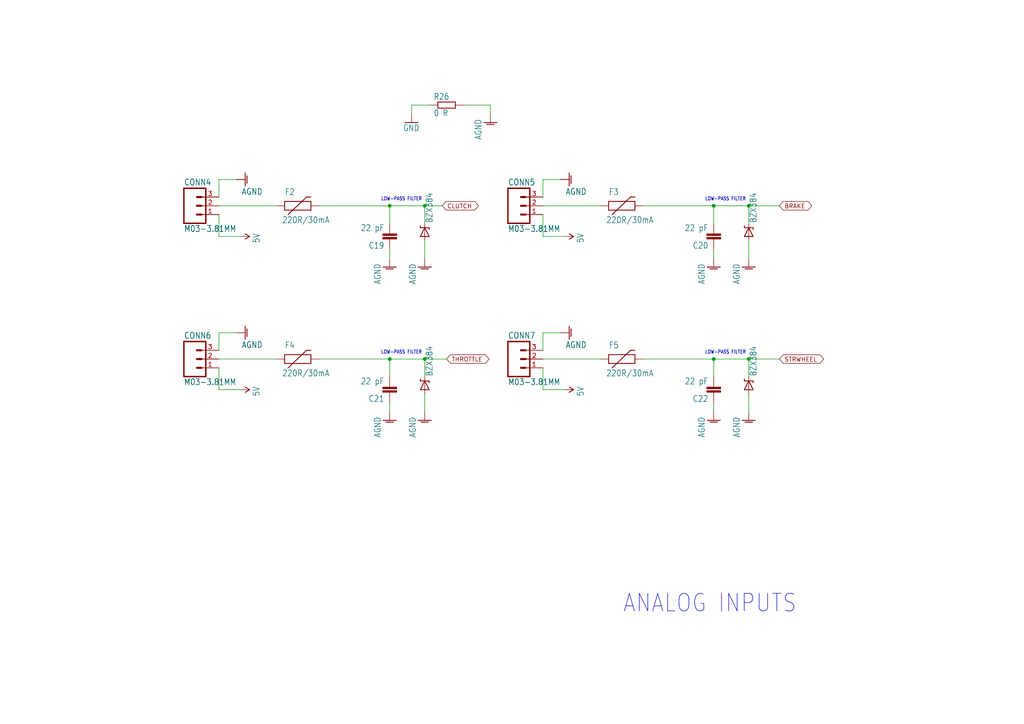
<source format=kicad_sch>
(kicad_sch
	(version 20231120)
	(generator "eeschema")
	(generator_version "8.0")
	(uuid "7dbd592f-3535-4f16-841c-48e09718c98f")
	(paper "A4")
	(lib_symbols
		(symbol "sim-daq-eagle-import:5V"
			(power)
			(exclude_from_sim no)
			(in_bom yes)
			(on_board yes)
			(property "Reference" "#SUPPLY"
				(at 0 0 0)
				(effects
					(font
						(size 1.27 1.27)
					)
					(hide yes)
				)
			)
			(property "Value" ""
				(at -1.016 3.556 0)
				(effects
					(font
						(size 1.778 1.5113)
					)
					(justify left bottom)
				)
			)
			(property "Footprint" ""
				(at 0 0 0)
				(effects
					(font
						(size 1.27 1.27)
					)
					(hide yes)
				)
			)
			(property "Datasheet" ""
				(at 0 0 0)
				(effects
					(font
						(size 1.27 1.27)
					)
					(hide yes)
				)
			)
			(property "Description" ""
				(at 0 0 0)
				(effects
					(font
						(size 1.27 1.27)
					)
					(hide yes)
				)
			)
			(property "ki_locked" ""
				(at 0 0 0)
				(effects
					(font
						(size 1.27 1.27)
					)
				)
			)
			(symbol "5V_1_0"
				(polyline
					(pts
						(xy 0 2.54) (xy -0.762 1.27)
					)
					(stroke
						(width 0.254)
						(type solid)
					)
					(fill
						(type none)
					)
				)
				(polyline
					(pts
						(xy 0.762 1.27) (xy 0 2.54)
					)
					(stroke
						(width 0.254)
						(type solid)
					)
					(fill
						(type none)
					)
				)
				(pin power_in line
					(at 0 0 90)
					(length 2.54)
					(name "5V"
						(effects
							(font
								(size 0 0)
							)
						)
					)
					(number "1"
						(effects
							(font
								(size 0 0)
							)
						)
					)
				)
			)
		)
		(symbol "sim-daq-eagle-import:AGND"
			(power)
			(exclude_from_sim no)
			(in_bom yes)
			(on_board yes)
			(property "Reference" "#AGND"
				(at 0 0 0)
				(effects
					(font
						(size 1.27 1.27)
					)
					(hide yes)
				)
			)
			(property "Value" ""
				(at -2.54 -5.08 90)
				(effects
					(font
						(size 1.778 1.5113)
					)
					(justify left bottom)
				)
			)
			(property "Footprint" ""
				(at 0 0 0)
				(effects
					(font
						(size 1.27 1.27)
					)
					(hide yes)
				)
			)
			(property "Datasheet" ""
				(at 0 0 0)
				(effects
					(font
						(size 1.27 1.27)
					)
					(hide yes)
				)
			)
			(property "Description" "SUPPLY SYMBOL"
				(at 0 0 0)
				(effects
					(font
						(size 1.27 1.27)
					)
					(hide yes)
				)
			)
			(property "ki_locked" ""
				(at 0 0 0)
				(effects
					(font
						(size 1.27 1.27)
					)
				)
			)
			(symbol "AGND_1_0"
				(polyline
					(pts
						(xy -1.905 0) (xy 1.905 0)
					)
					(stroke
						(width 0.254)
						(type solid)
					)
					(fill
						(type none)
					)
				)
				(polyline
					(pts
						(xy -1.0922 -0.508) (xy 1.0922 -0.508)
					)
					(stroke
						(width 0.254)
						(type solid)
					)
					(fill
						(type none)
					)
				)
				(pin power_in line
					(at 0 2.54 270)
					(length 2.54)
					(name "AGND"
						(effects
							(font
								(size 0 0)
							)
						)
					)
					(number "1"
						(effects
							(font
								(size 0 0)
							)
						)
					)
				)
			)
		)
		(symbol "sim-daq-eagle-import:C-EUC0805"
			(exclude_from_sim no)
			(in_bom yes)
			(on_board yes)
			(property "Reference" "C"
				(at 1.524 0.381 0)
				(effects
					(font
						(size 1.778 1.5113)
					)
					(justify left bottom)
				)
			)
			(property "Value" ""
				(at 1.524 -4.699 0)
				(effects
					(font
						(size 1.778 1.5113)
					)
					(justify left bottom)
				)
			)
			(property "Footprint" "sim-daq:C0805"
				(at 0 0 0)
				(effects
					(font
						(size 1.27 1.27)
					)
					(hide yes)
				)
			)
			(property "Datasheet" ""
				(at 0 0 0)
				(effects
					(font
						(size 1.27 1.27)
					)
					(hide yes)
				)
			)
			(property "Description" "CAPACITOR, European symbol"
				(at 0 0 0)
				(effects
					(font
						(size 1.27 1.27)
					)
					(hide yes)
				)
			)
			(property "ki_locked" ""
				(at 0 0 0)
				(effects
					(font
						(size 1.27 1.27)
					)
				)
			)
			(symbol "C-EUC0805_1_0"
				(rectangle
					(start -2.032 -2.032)
					(end 2.032 -1.524)
					(stroke
						(width 0)
						(type default)
					)
					(fill
						(type outline)
					)
				)
				(rectangle
					(start -2.032 -1.016)
					(end 2.032 -0.508)
					(stroke
						(width 0)
						(type default)
					)
					(fill
						(type outline)
					)
				)
				(polyline
					(pts
						(xy 0 -2.54) (xy 0 -2.032)
					)
					(stroke
						(width 0.1524)
						(type solid)
					)
					(fill
						(type none)
					)
				)
				(polyline
					(pts
						(xy 0 0) (xy 0 -0.508)
					)
					(stroke
						(width 0.1524)
						(type solid)
					)
					(fill
						(type none)
					)
				)
				(pin passive line
					(at 0 2.54 270)
					(length 2.54)
					(name "1"
						(effects
							(font
								(size 0 0)
							)
						)
					)
					(number "1"
						(effects
							(font
								(size 0 0)
							)
						)
					)
				)
				(pin passive line
					(at 0 -5.08 90)
					(length 2.54)
					(name "2"
						(effects
							(font
								(size 0 0)
							)
						)
					)
					(number "2"
						(effects
							(font
								(size 0 0)
							)
						)
					)
				)
			)
		)
		(symbol "sim-daq-eagle-import:DIODE-ZENER-BZT52"
			(exclude_from_sim no)
			(in_bom yes)
			(on_board yes)
			(property "Reference" ""
				(at 2.54 0.4826 0)
				(effects
					(font
						(size 1.778 1.5113)
					)
					(justify left bottom)
					(hide yes)
				)
			)
			(property "Value" ""
				(at 2.54 -2.3114 0)
				(effects
					(font
						(size 1.778 1.5113)
					)
					(justify left bottom)
				)
			)
			(property "Footprint" "sim-daq:SOD-323"
				(at 0 0 0)
				(effects
					(font
						(size 1.27 1.27)
					)
					(hide yes)
				)
			)
			(property "Datasheet" ""
				(at 0 0 0)
				(effects
					(font
						(size 1.27 1.27)
					)
					(hide yes)
				)
			)
			(property "Description" "Zener Diode Production Part - 8199 3.4V Zener Voltage"
				(at 0 0 0)
				(effects
					(font
						(size 1.27 1.27)
					)
					(hide yes)
				)
			)
			(property "ki_locked" ""
				(at 0 0 0)
				(effects
					(font
						(size 1.27 1.27)
					)
				)
			)
			(symbol "DIODE-ZENER-BZT52_1_0"
				(polyline
					(pts
						(xy -1.27 -1.27) (xy 1.27 0)
					)
					(stroke
						(width 0.254)
						(type solid)
					)
					(fill
						(type none)
					)
				)
				(polyline
					(pts
						(xy -1.27 1.27) (xy -1.27 -1.27)
					)
					(stroke
						(width 0.254)
						(type solid)
					)
					(fill
						(type none)
					)
				)
				(polyline
					(pts
						(xy 1.27 -1.27) (xy 0.762 -1.27)
					)
					(stroke
						(width 0.254)
						(type solid)
					)
					(fill
						(type none)
					)
				)
				(polyline
					(pts
						(xy 1.27 0) (xy -1.27 1.27)
					)
					(stroke
						(width 0.254)
						(type solid)
					)
					(fill
						(type none)
					)
				)
				(polyline
					(pts
						(xy 1.27 0) (xy 1.27 -1.27)
					)
					(stroke
						(width 0.254)
						(type solid)
					)
					(fill
						(type none)
					)
				)
				(polyline
					(pts
						(xy 1.27 1.27) (xy 1.27 0)
					)
					(stroke
						(width 0.254)
						(type solid)
					)
					(fill
						(type none)
					)
				)
				(polyline
					(pts
						(xy 1.27 1.27) (xy 1.778 1.27)
					)
					(stroke
						(width 0.254)
						(type solid)
					)
					(fill
						(type none)
					)
				)
				(pin passive line
					(at -2.54 0 0)
					(length 2.54)
					(name "A"
						(effects
							(font
								(size 0 0)
							)
						)
					)
					(number "A"
						(effects
							(font
								(size 0 0)
							)
						)
					)
				)
				(pin passive line
					(at 2.54 0 180)
					(length 2.54)
					(name "C"
						(effects
							(font
								(size 0 0)
							)
						)
					)
					(number "C"
						(effects
							(font
								(size 0 0)
							)
						)
					)
				)
			)
		)
		(symbol "sim-daq-eagle-import:GND"
			(power)
			(exclude_from_sim no)
			(in_bom yes)
			(on_board yes)
			(property "Reference" "#GND"
				(at 0 0 0)
				(effects
					(font
						(size 1.27 1.27)
					)
					(hide yes)
				)
			)
			(property "Value" ""
				(at -2.54 -2.54 0)
				(effects
					(font
						(size 1.778 1.5113)
					)
					(justify left bottom)
				)
			)
			(property "Footprint" ""
				(at 0 0 0)
				(effects
					(font
						(size 1.27 1.27)
					)
					(hide yes)
				)
			)
			(property "Datasheet" ""
				(at 0 0 0)
				(effects
					(font
						(size 1.27 1.27)
					)
					(hide yes)
				)
			)
			(property "Description" "SUPPLY SYMBOL"
				(at 0 0 0)
				(effects
					(font
						(size 1.27 1.27)
					)
					(hide yes)
				)
			)
			(property "ki_locked" ""
				(at 0 0 0)
				(effects
					(font
						(size 1.27 1.27)
					)
				)
			)
			(symbol "GND_1_0"
				(polyline
					(pts
						(xy -1.905 0) (xy 1.905 0)
					)
					(stroke
						(width 0.254)
						(type solid)
					)
					(fill
						(type none)
					)
				)
				(pin power_in line
					(at 0 2.54 270)
					(length 2.54)
					(name "GND"
						(effects
							(font
								(size 0 0)
							)
						)
					)
					(number "1"
						(effects
							(font
								(size 0 0)
							)
						)
					)
				)
			)
		)
		(symbol "sim-daq-eagle-import:M03-3.81MM"
			(exclude_from_sim no)
			(in_bom yes)
			(on_board yes)
			(property "Reference" "CONN"
				(at -2.54 5.842 0)
				(effects
					(font
						(size 1.778 1.5113)
					)
					(justify left bottom)
				)
			)
			(property "Value" ""
				(at -2.54 -7.62 0)
				(effects
					(font
						(size 1.778 1.5113)
					)
					(justify left bottom)
				)
			)
			(property "Footprint" "sim-daq:M03-3.81"
				(at 0 0 0)
				(effects
					(font
						(size 1.27 1.27)
					)
					(hide yes)
				)
			)
			(property "Datasheet" ""
				(at 0 0 0)
				(effects
					(font
						(size 1.27 1.27)
					)
					(hide yes)
				)
			)
			(property "Description" ""
				(at 0 0 0)
				(effects
					(font
						(size 1.27 1.27)
					)
					(hide yes)
				)
			)
			(property "ki_locked" ""
				(at 0 0 0)
				(effects
					(font
						(size 1.27 1.27)
					)
				)
			)
			(symbol "M03-3.81MM_1_0"
				(polyline
					(pts
						(xy -2.54 5.08) (xy -2.54 -5.08)
					)
					(stroke
						(width 0.4064)
						(type solid)
					)
					(fill
						(type none)
					)
				)
				(polyline
					(pts
						(xy -2.54 5.08) (xy 3.81 5.08)
					)
					(stroke
						(width 0.4064)
						(type solid)
					)
					(fill
						(type none)
					)
				)
				(polyline
					(pts
						(xy 1.27 -2.54) (xy 2.54 -2.54)
					)
					(stroke
						(width 0.6096)
						(type solid)
					)
					(fill
						(type none)
					)
				)
				(polyline
					(pts
						(xy 1.27 0) (xy 2.54 0)
					)
					(stroke
						(width 0.6096)
						(type solid)
					)
					(fill
						(type none)
					)
				)
				(polyline
					(pts
						(xy 1.27 2.54) (xy 2.54 2.54)
					)
					(stroke
						(width 0.6096)
						(type solid)
					)
					(fill
						(type none)
					)
				)
				(polyline
					(pts
						(xy 3.81 -5.08) (xy -2.54 -5.08)
					)
					(stroke
						(width 0.4064)
						(type solid)
					)
					(fill
						(type none)
					)
				)
				(polyline
					(pts
						(xy 3.81 -5.08) (xy 3.81 5.08)
					)
					(stroke
						(width 0.4064)
						(type solid)
					)
					(fill
						(type none)
					)
				)
				(pin passive line
					(at 7.62 -2.54 180)
					(length 5.08)
					(name "1"
						(effects
							(font
								(size 0 0)
							)
						)
					)
					(number "1"
						(effects
							(font
								(size 1.27 1.27)
							)
						)
					)
				)
				(pin passive line
					(at 7.62 0 180)
					(length 5.08)
					(name "2"
						(effects
							(font
								(size 0 0)
							)
						)
					)
					(number "2"
						(effects
							(font
								(size 1.27 1.27)
							)
						)
					)
				)
				(pin passive line
					(at 7.62 2.54 180)
					(length 5.08)
					(name "3"
						(effects
							(font
								(size 0 0)
							)
						)
					)
					(number "3"
						(effects
							(font
								(size 1.27 1.27)
							)
						)
					)
				)
			)
		)
		(symbol "sim-daq-eagle-import:PTC0603"
			(exclude_from_sim no)
			(in_bom yes)
			(on_board yes)
			(property "Reference" "F"
				(at -2.54 3.048 0)
				(effects
					(font
						(size 1.778 1.5113)
					)
					(justify left bottom)
				)
			)
			(property "Value" ""
				(at -3.302 -5.08 0)
				(effects
					(font
						(size 1.778 1.5113)
					)
					(justify left bottom)
				)
			)
			(property "Footprint" "sim-daq:0603"
				(at 0 0 0)
				(effects
					(font
						(size 1.27 1.27)
					)
					(hide yes)
				)
			)
			(property "Datasheet" ""
				(at 0 0 0)
				(effects
					(font
						(size 1.27 1.27)
					)
					(hide yes)
				)
			)
			(property "Description" "Resettable Fuse PTC Resettable Fuse. Spark Fun Electronics SKU : COM-08357"
				(at 0 0 0)
				(effects
					(font
						(size 1.27 1.27)
					)
					(hide yes)
				)
			)
			(property "ki_locked" ""
				(at 0 0 0)
				(effects
					(font
						(size 1.27 1.27)
					)
				)
			)
			(symbol "PTC0603_1_0"
				(polyline
					(pts
						(xy -2.54 -1.27) (xy -2.54 1.27)
					)
					(stroke
						(width 0.254)
						(type solid)
					)
					(fill
						(type none)
					)
				)
				(polyline
					(pts
						(xy -2.54 1.27) (xy 5.08 1.27)
					)
					(stroke
						(width 0.254)
						(type solid)
					)
					(fill
						(type none)
					)
				)
				(polyline
					(pts
						(xy -1.524 -2.54) (xy 3.81 2.54)
					)
					(stroke
						(width 0.254)
						(type solid)
					)
					(fill
						(type none)
					)
				)
				(polyline
					(pts
						(xy 3.81 2.54) (xy 5.08 2.54)
					)
					(stroke
						(width 0.254)
						(type solid)
					)
					(fill
						(type none)
					)
				)
				(polyline
					(pts
						(xy 5.08 -1.27) (xy -2.54 -1.27)
					)
					(stroke
						(width 0.254)
						(type solid)
					)
					(fill
						(type none)
					)
				)
				(polyline
					(pts
						(xy 5.08 1.27) (xy 5.08 -1.27)
					)
					(stroke
						(width 0.254)
						(type solid)
					)
					(fill
						(type none)
					)
				)
				(pin bidirectional line
					(at -5.08 0 0)
					(length 2.54)
					(name "1"
						(effects
							(font
								(size 0 0)
							)
						)
					)
					(number "1"
						(effects
							(font
								(size 0 0)
							)
						)
					)
				)
				(pin bidirectional line
					(at 7.62 0 180)
					(length 2.54)
					(name "2"
						(effects
							(font
								(size 0 0)
							)
						)
					)
					(number "2"
						(effects
							(font
								(size 0 0)
							)
						)
					)
				)
			)
		)
		(symbol "sim-daq-eagle-import:R-EU_R0805"
			(exclude_from_sim no)
			(in_bom yes)
			(on_board yes)
			(property "Reference" "R"
				(at -3.81 1.4986 0)
				(effects
					(font
						(size 1.778 1.5113)
					)
					(justify left bottom)
				)
			)
			(property "Value" ""
				(at -3.81 -3.302 0)
				(effects
					(font
						(size 1.778 1.5113)
					)
					(justify left bottom)
				)
			)
			(property "Footprint" "sim-daq:R0805"
				(at 0 0 0)
				(effects
					(font
						(size 1.27 1.27)
					)
					(hide yes)
				)
			)
			(property "Datasheet" ""
				(at 0 0 0)
				(effects
					(font
						(size 1.27 1.27)
					)
					(hide yes)
				)
			)
			(property "Description" "RESISTOR, European symbol"
				(at 0 0 0)
				(effects
					(font
						(size 1.27 1.27)
					)
					(hide yes)
				)
			)
			(property "ki_locked" ""
				(at 0 0 0)
				(effects
					(font
						(size 1.27 1.27)
					)
				)
			)
			(symbol "R-EU_R0805_1_0"
				(polyline
					(pts
						(xy -2.54 -0.889) (xy -2.54 0.889)
					)
					(stroke
						(width 0.254)
						(type solid)
					)
					(fill
						(type none)
					)
				)
				(polyline
					(pts
						(xy -2.54 -0.889) (xy 2.54 -0.889)
					)
					(stroke
						(width 0.254)
						(type solid)
					)
					(fill
						(type none)
					)
				)
				(polyline
					(pts
						(xy 2.54 -0.889) (xy 2.54 0.889)
					)
					(stroke
						(width 0.254)
						(type solid)
					)
					(fill
						(type none)
					)
				)
				(polyline
					(pts
						(xy 2.54 0.889) (xy -2.54 0.889)
					)
					(stroke
						(width 0.254)
						(type solid)
					)
					(fill
						(type none)
					)
				)
				(pin passive line
					(at -5.08 0 0)
					(length 2.54)
					(name "1"
						(effects
							(font
								(size 0 0)
							)
						)
					)
					(number "1"
						(effects
							(font
								(size 0 0)
							)
						)
					)
				)
				(pin passive line
					(at 5.08 0 180)
					(length 2.54)
					(name "2"
						(effects
							(font
								(size 0 0)
							)
						)
					)
					(number "2"
						(effects
							(font
								(size 0 0)
							)
						)
					)
				)
			)
		)
	)
	(junction
		(at 207.01 59.69)
		(diameter 0)
		(color 0 0 0 0)
		(uuid "02a40053-8a10-42d9-8a2d-e1152aaca99b")
	)
	(junction
		(at 217.17 104.14)
		(diameter 0)
		(color 0 0 0 0)
		(uuid "28a0ee79-a6ab-40b2-b09e-420da95ba87e")
	)
	(junction
		(at 113.03 59.69)
		(diameter 0)
		(color 0 0 0 0)
		(uuid "447b8608-bd34-4797-a4c8-a266f4428fcb")
	)
	(junction
		(at 113.03 104.14)
		(diameter 0)
		(color 0 0 0 0)
		(uuid "a4feedac-8612-4a40-b1a9-74681b039fe1")
	)
	(junction
		(at 123.19 104.14)
		(diameter 0)
		(color 0 0 0 0)
		(uuid "abab6e12-8651-48af-8e65-3c2889b7abb8")
	)
	(junction
		(at 217.17 59.69)
		(diameter 0)
		(color 0 0 0 0)
		(uuid "d61c02c5-c838-4743-82d4-eba76f987d25")
	)
	(junction
		(at 207.01 104.14)
		(diameter 0)
		(color 0 0 0 0)
		(uuid "e2f7e096-5550-423c-b715-cb9dfff3a96f")
	)
	(junction
		(at 123.19 59.69)
		(diameter 0)
		(color 0 0 0 0)
		(uuid "f8ffb8cf-cff3-44d9-9845-0f4661e83c5f")
	)
	(wire
		(pts
			(xy 113.03 109.22) (xy 113.03 104.14)
		)
		(stroke
			(width 0.1524)
			(type solid)
		)
		(uuid "02b09754-5c9e-47c8-8d2c-8438c2106e66")
	)
	(wire
		(pts
			(xy 123.19 64.77) (xy 123.19 59.69)
		)
		(stroke
			(width 0.1524)
			(type solid)
		)
		(uuid "3c3eeee2-2201-4d29-9dfb-6d4dc8d0aaa1")
	)
	(wire
		(pts
			(xy 113.03 59.69) (xy 123.19 59.69)
		)
		(stroke
			(width 0.1524)
			(type solid)
		)
		(uuid "3e921384-131b-49cc-9851-93b70f93e5e2")
	)
	(wire
		(pts
			(xy 157.48 104.14) (xy 173.99 104.14)
		)
		(stroke
			(width 0.1524)
			(type solid)
		)
		(uuid "4064f05a-4ee1-4dfb-a7cd-58383a2d1c97")
	)
	(wire
		(pts
			(xy 63.5 52.07) (xy 68.58 52.07)
		)
		(stroke
			(width 0.1524)
			(type solid)
		)
		(uuid "484cee43-a280-424b-be0f-0a84c23c2126")
	)
	(wire
		(pts
			(xy 92.71 59.69) (xy 113.03 59.69)
		)
		(stroke
			(width 0.1524)
			(type solid)
		)
		(uuid "48ef8e7f-2c0e-4183-a4b4-a15992e5c16b")
	)
	(wire
		(pts
			(xy 207.01 104.14) (xy 217.17 104.14)
		)
		(stroke
			(width 0.1524)
			(type solid)
		)
		(uuid "4d53feda-f0d4-44b9-a50e-bc0144b71438")
	)
	(wire
		(pts
			(xy 217.17 109.22) (xy 217.17 104.14)
		)
		(stroke
			(width 0.1524)
			(type solid)
		)
		(uuid "51e21d62-0cfc-42fd-92f5-21f88ed8b8f0")
	)
	(wire
		(pts
			(xy 63.5 101.6) (xy 63.5 96.52)
		)
		(stroke
			(width 0.1524)
			(type solid)
		)
		(uuid "544945f4-21e0-4f07-80ae-2b84d08bf5c6")
	)
	(wire
		(pts
			(xy 186.69 104.14) (xy 207.01 104.14)
		)
		(stroke
			(width 0.1524)
			(type solid)
		)
		(uuid "57105238-102c-4d27-990e-3a01090f2e2d")
	)
	(wire
		(pts
			(xy 113.03 74.93) (xy 113.03 72.39)
		)
		(stroke
			(width 0.1524)
			(type solid)
		)
		(uuid "5a357148-5e82-46bb-bc94-2701e16c426f")
	)
	(wire
		(pts
			(xy 113.03 64.77) (xy 113.03 59.69)
		)
		(stroke
			(width 0.1524)
			(type solid)
		)
		(uuid "5a7ee595-9dd3-47a1-85e7-681f0ffaa2f8")
	)
	(wire
		(pts
			(xy 157.48 62.23) (xy 157.48 68.58)
		)
		(stroke
			(width 0.1524)
			(type solid)
		)
		(uuid "603eab32-9776-4cc5-b435-9b80fff93724")
	)
	(wire
		(pts
			(xy 63.5 68.58) (xy 69.85 68.58)
		)
		(stroke
			(width 0.1524)
			(type solid)
		)
		(uuid "63b7f4da-87c2-45eb-905d-0cb66c3dd250")
	)
	(wire
		(pts
			(xy 123.19 119.38) (xy 123.19 114.3)
		)
		(stroke
			(width 0.1524)
			(type solid)
		)
		(uuid "65da1fb5-5c5c-482d-8d2e-f922508566fb")
	)
	(wire
		(pts
			(xy 207.01 119.38) (xy 207.01 116.84)
		)
		(stroke
			(width 0.1524)
			(type solid)
		)
		(uuid "663b5168-2040-450c-b5b0-c13ac30f3b32")
	)
	(wire
		(pts
			(xy 92.71 104.14) (xy 113.03 104.14)
		)
		(stroke
			(width 0.1524)
			(type solid)
		)
		(uuid "66cf608e-961d-44a4-b614-d00c94a0725e")
	)
	(wire
		(pts
			(xy 80.01 59.69) (xy 63.5 59.69)
		)
		(stroke
			(width 0.1524)
			(type solid)
		)
		(uuid "673a2bda-23c3-4374-8b01-f9e1f2b39090")
	)
	(wire
		(pts
			(xy 63.5 113.03) (xy 69.85 113.03)
		)
		(stroke
			(width 0.1524)
			(type solid)
		)
		(uuid "6cd70cff-1e16-44ab-b2d2-6d1290766650")
	)
	(wire
		(pts
			(xy 63.5 57.15) (xy 63.5 52.07)
		)
		(stroke
			(width 0.1524)
			(type solid)
		)
		(uuid "6f611b21-b768-44e2-aef6-014bdc63de11")
	)
	(wire
		(pts
			(xy 124.46 30.48) (xy 119.38 30.48)
		)
		(stroke
			(width 0.1524)
			(type solid)
		)
		(uuid "71a5e159-ec67-4164-9a65-f1bee747e43f")
	)
	(wire
		(pts
			(xy 186.69 59.69) (xy 207.01 59.69)
		)
		(stroke
			(width 0.1524)
			(type solid)
		)
		(uuid "73bbfb71-7384-4fcb-9677-299a93117cef")
	)
	(wire
		(pts
			(xy 207.01 64.77) (xy 207.01 59.69)
		)
		(stroke
			(width 0.1524)
			(type solid)
		)
		(uuid "7cfea529-fe18-40ce-9ceb-21e33e638e4b")
	)
	(wire
		(pts
			(xy 119.38 30.48) (xy 119.38 33.02)
		)
		(stroke
			(width 0.1524)
			(type solid)
		)
		(uuid "8b90b13f-84d0-4f56-a3d9-0cee9bee0f77")
	)
	(wire
		(pts
			(xy 134.62 30.48) (xy 142.24 30.48)
		)
		(stroke
			(width 0.1524)
			(type solid)
		)
		(uuid "90e36cda-bb90-4309-b1df-4bb1c3699e1d")
	)
	(wire
		(pts
			(xy 63.5 62.23) (xy 63.5 68.58)
		)
		(stroke
			(width 0.1524)
			(type solid)
		)
		(uuid "9954b2b5-4a08-4967-a326-502141ec9bb2")
	)
	(wire
		(pts
			(xy 123.19 74.93) (xy 123.19 69.85)
		)
		(stroke
			(width 0.1524)
			(type solid)
		)
		(uuid "9eb99f06-682f-488f-91e4-3a733001c33d")
	)
	(wire
		(pts
			(xy 157.48 52.07) (xy 162.56 52.07)
		)
		(stroke
			(width 0.1524)
			(type solid)
		)
		(uuid "9f7f1f9f-4ac8-4eea-99a8-7b3d0361a1b0")
	)
	(wire
		(pts
			(xy 157.48 57.15) (xy 157.48 52.07)
		)
		(stroke
			(width 0.1524)
			(type solid)
		)
		(uuid "a29e6feb-b7f2-4fb1-aa45-2ec8760f5724")
	)
	(wire
		(pts
			(xy 113.03 119.38) (xy 113.03 116.84)
		)
		(stroke
			(width 0.1524)
			(type solid)
		)
		(uuid "a541a2d8-7bc3-478f-9319-340dcd0f4666")
	)
	(wire
		(pts
			(xy 142.24 30.48) (xy 142.24 33.02)
		)
		(stroke
			(width 0.1524)
			(type solid)
		)
		(uuid "a6cefbc2-728c-4513-aa39-a43a2d8ffa3f")
	)
	(wire
		(pts
			(xy 217.17 119.38) (xy 217.17 114.3)
		)
		(stroke
			(width 0.1524)
			(type solid)
		)
		(uuid "a7fffc99-0ed3-41e6-b574-861ded9f7c5a")
	)
	(wire
		(pts
			(xy 217.17 64.77) (xy 217.17 59.69)
		)
		(stroke
			(width 0.1524)
			(type solid)
		)
		(uuid "b4c27fc5-55e1-48ee-96cb-9674e4479f08")
	)
	(wire
		(pts
			(xy 157.48 59.69) (xy 173.99 59.69)
		)
		(stroke
			(width 0.1524)
			(type solid)
		)
		(uuid "bc2d0401-c3f2-40a7-849a-0fbf9e08b5bb")
	)
	(wire
		(pts
			(xy 123.19 109.22) (xy 123.19 104.14)
		)
		(stroke
			(width 0.1524)
			(type solid)
		)
		(uuid "bf43edd6-de98-4e8b-ad54-ae1f81b62aff")
	)
	(wire
		(pts
			(xy 123.19 104.14) (xy 129.54 104.14)
		)
		(stroke
			(width 0.1524)
			(type solid)
		)
		(uuid "c0836941-076b-4ca7-922d-45c892eb6708")
	)
	(wire
		(pts
			(xy 80.01 104.14) (xy 63.5 104.14)
		)
		(stroke
			(width 0.1524)
			(type solid)
		)
		(uuid "c2829216-7fa3-45e5-b265-58061aa360a2")
	)
	(wire
		(pts
			(xy 113.03 104.14) (xy 123.19 104.14)
		)
		(stroke
			(width 0.1524)
			(type solid)
		)
		(uuid "c28c59fb-e2de-4708-a6ad-66f708335dca")
	)
	(wire
		(pts
			(xy 63.5 96.52) (xy 68.58 96.52)
		)
		(stroke
			(width 0.1524)
			(type solid)
		)
		(uuid "c824c6bd-db97-4abe-b456-45dc0163a28d")
	)
	(wire
		(pts
			(xy 123.19 59.69) (xy 128.27 59.69)
		)
		(stroke
			(width 0.1524)
			(type solid)
		)
		(uuid "cdf59e36-f4ee-4376-afe0-68aa2417453d")
	)
	(wire
		(pts
			(xy 157.48 68.58) (xy 163.83 68.58)
		)
		(stroke
			(width 0.1524)
			(type solid)
		)
		(uuid "d5b6ea7c-9536-42b6-9de5-b51eaa03a781")
	)
	(wire
		(pts
			(xy 207.01 109.22) (xy 207.01 104.14)
		)
		(stroke
			(width 0.1524)
			(type solid)
		)
		(uuid "db0e8b72-2074-4217-aa82-752ac6dcdcf9")
	)
	(wire
		(pts
			(xy 157.48 101.6) (xy 157.48 96.52)
		)
		(stroke
			(width 0.1524)
			(type solid)
		)
		(uuid "ddf22697-2da7-4d8b-8e13-f1dd7cf3484b")
	)
	(wire
		(pts
			(xy 217.17 74.93) (xy 217.17 69.85)
		)
		(stroke
			(width 0.1524)
			(type solid)
		)
		(uuid "e2d889a7-d012-4ba4-b75f-b7f341dc7acf")
	)
	(wire
		(pts
			(xy 207.01 74.93) (xy 207.01 72.39)
		)
		(stroke
			(width 0.1524)
			(type solid)
		)
		(uuid "e4aeef23-5c01-4524-bc4e-7cf7fea9d3ca")
	)
	(wire
		(pts
			(xy 157.48 106.68) (xy 157.48 113.03)
		)
		(stroke
			(width 0.1524)
			(type solid)
		)
		(uuid "e50fe79c-6f90-46cc-8134-b316d6a9aa4e")
	)
	(wire
		(pts
			(xy 217.17 104.14) (xy 226.06 104.14)
		)
		(stroke
			(width 0.1524)
			(type solid)
		)
		(uuid "eb8c28af-6f50-4ac1-8ca9-56ea109800ca")
	)
	(wire
		(pts
			(xy 157.48 113.03) (xy 163.83 113.03)
		)
		(stroke
			(width 0.1524)
			(type solid)
		)
		(uuid "edf94d95-10db-4875-98f5-a56d866bfd59")
	)
	(wire
		(pts
			(xy 217.17 59.69) (xy 226.06 59.69)
		)
		(stroke
			(width 0.1524)
			(type solid)
		)
		(uuid "efd10fb6-fb4a-47a8-b440-0604108ae9cb")
	)
	(wire
		(pts
			(xy 207.01 59.69) (xy 217.17 59.69)
		)
		(stroke
			(width 0.1524)
			(type solid)
		)
		(uuid "f905fa85-5d7c-434b-aaba-572612a3d9b3")
	)
	(wire
		(pts
			(xy 63.5 106.68) (xy 63.5 113.03)
		)
		(stroke
			(width 0.1524)
			(type solid)
		)
		(uuid "f98d6a49-bc02-4a66-8fc3-65475cb7db36")
	)
	(wire
		(pts
			(xy 157.48 96.52) (xy 162.56 96.52)
		)
		(stroke
			(width 0.1524)
			(type solid)
		)
		(uuid "f9d866f2-151e-408a-82fa-e89ebb1778ea")
	)
	(text "LOW-PASS FILTER"
		(exclude_from_sim no)
		(at 110.49 58.42 0)
		(effects
			(font
				(size 1.016 0.8636)
			)
			(justify left bottom)
		)
		(uuid "1ec4bd41-df4c-4631-a235-1dc3e57d8ddd")
	)
	(text "LOW-PASS FILTER"
		(exclude_from_sim no)
		(at 204.47 58.42 0)
		(effects
			(font
				(size 1.016 0.8636)
			)
			(justify left bottom)
		)
		(uuid "622765b6-3a00-4044-b0ce-ef7b27a35c00")
	)
	(text "LOW-PASS FILTER"
		(exclude_from_sim no)
		(at 204.47 102.87 0)
		(effects
			(font
				(size 1.016 0.8636)
			)
			(justify left bottom)
		)
		(uuid "989fcc18-e741-49a3-a898-c1595392b559")
	)
	(text "LOW-PASS FILTER"
		(exclude_from_sim no)
		(at 110.49 102.87 0)
		(effects
			(font
				(size 1.016 0.8636)
			)
			(justify left bottom)
		)
		(uuid "c29373fa-92a2-43db-b55f-10e07dbaf10d")
	)
	(text "ANALOG INPUTS"
		(exclude_from_sim no)
		(at 180.594 178.054 0)
		(effects
			(font
				(size 5.08 4.318)
			)
			(justify left bottom)
		)
		(uuid "ef59140e-fe54-4637-9e7c-c1bb6fa4656d")
	)
	(global_label "STRWHEEL"
		(shape bidirectional)
		(at 226.06 104.14 0)
		(fields_autoplaced yes)
		(effects
			(font
				(size 1.2446 1.2446)
			)
			(justify left)
		)
		(uuid "37286146-fa48-4de3-90b4-4427837bd70b")
		(property "Intersheetrefs" "${INTERSHEET_REFS}"
			(at 233.1561 104.14 0)
			(effects
				(font
					(size 1.27 1.27)
				)
				(justify left)
				(hide yes)
			)
		)
	)
	(global_label "BRAKE"
		(shape bidirectional)
		(at 226.06 59.69 0)
		(fields_autoplaced yes)
		(effects
			(font
				(size 1.2446 1.2446)
			)
			(justify left)
		)
		(uuid "73549969-c4c0-4d97-9018-d72ef2acc46a")
		(property "Intersheetrefs" "${INTERSHEET_REFS}"
			(at 233.6895 59.69 0)
			(effects
				(font
					(size 1.27 1.27)
				)
				(justify left)
				(hide yes)
			)
		)
	)
	(global_label "CLUTCH"
		(shape bidirectional)
		(at 128.27 59.69 0)
		(fields_autoplaced yes)
		(effects
			(font
				(size 1.2446 1.2446)
			)
			(justify left)
		)
		(uuid "a00baf18-7ebc-4bf7-8d3b-57f649d39c2c")
		(property "Intersheetrefs" "${INTERSHEET_REFS}"
			(at 135.8995 59.69 0)
			(effects
				(font
					(size 1.27 1.27)
				)
				(justify left)
				(hide yes)
			)
		)
	)
	(global_label "THROTTLE"
		(shape bidirectional)
		(at 129.54 104.14 0)
		(fields_autoplaced yes)
		(effects
			(font
				(size 1.2446 1.2446)
			)
			(justify left)
		)
		(uuid "d1326d8d-9498-48ad-a48d-a75aa1591b24")
		(property "Intersheetrefs" "${INTERSHEET_REFS}"
			(at 137.0509 104.14 0)
			(effects
				(font
					(size 1.27 1.27)
				)
				(justify left)
				(hide yes)
			)
		)
	)
	(symbol
		(lib_id "sim-daq-eagle-import:DIODE-ZENER-BZT52")
		(at 217.17 67.31 90)
		(unit 1)
		(exclude_from_sim no)
		(in_bom yes)
		(on_board yes)
		(dnp no)
		(uuid "036204da-5972-4dd0-92d4-d86f16259091")
		(property "Reference" "D22"
			(at 216.6874 64.77 0)
			(effects
				(font
					(size 1.778 1.5113)
				)
				(justify left bottom)
				(hide yes)
			)
		)
		(property "Value" "BZX384"
			(at 219.4814 64.77 0)
			(effects
				(font
					(size 1.778 1.5113)
				)
				(justify left bottom)
			)
		)
		(property "Footprint" "sim-daq:SOD-323"
			(at 217.17 67.31 0)
			(effects
				(font
					(size 1.27 1.27)
				)
				(hide yes)
			)
		)
		(property "Datasheet" ""
			(at 217.17 67.31 0)
			(effects
				(font
					(size 1.27 1.27)
				)
				(hide yes)
			)
		)
		(property "Description" ""
			(at 217.17 67.31 0)
			(effects
				(font
					(size 1.27 1.27)
				)
				(hide yes)
			)
		)
		(property "PARTNO" "*"
			(at 217.17 67.31 90)
			(effects
				(font
					(size 1.27 1.27)
				)
				(justify right top)
				(hide yes)
			)
		)
		(pin "A"
			(uuid "4158a812-a4bb-442f-98d6-14c8a4fc530e")
		)
		(pin "C"
			(uuid "78f5032e-0835-4c1f-802a-9a3c1685fffa")
		)
		(instances
			(project "sim-daq"
				(path "/49d127e9-4d55-4359-a72f-e53f94e14ae0/88c1b3bb-cc79-4659-a16a-7e6c317ce9ba"
					(reference "D22")
					(unit 1)
				)
			)
		)
	)
	(symbol
		(lib_id "sim-daq-eagle-import:DIODE-ZENER-BZT52")
		(at 123.19 67.31 90)
		(unit 1)
		(exclude_from_sim no)
		(in_bom yes)
		(on_board yes)
		(dnp no)
		(uuid "2a7ced41-5f7b-410c-b5a2-ae8b0be5c9f4")
		(property "Reference" "D21"
			(at 122.7074 64.77 0)
			(effects
				(font
					(size 1.778 1.5113)
				)
				(justify left bottom)
				(hide yes)
			)
		)
		(property "Value" "BZX384"
			(at 125.5014 64.77 0)
			(effects
				(font
					(size 1.778 1.5113)
				)
				(justify left bottom)
			)
		)
		(property "Footprint" "sim-daq:SOD-323"
			(at 123.19 67.31 0)
			(effects
				(font
					(size 1.27 1.27)
				)
				(hide yes)
			)
		)
		(property "Datasheet" ""
			(at 123.19 67.31 0)
			(effects
				(font
					(size 1.27 1.27)
				)
				(hide yes)
			)
		)
		(property "Description" ""
			(at 123.19 67.31 0)
			(effects
				(font
					(size 1.27 1.27)
				)
				(hide yes)
			)
		)
		(property "PARTNO" "*"
			(at 123.19 67.31 90)
			(effects
				(font
					(size 1.27 1.27)
				)
				(justify right top)
				(hide yes)
			)
		)
		(pin "C"
			(uuid "6fc1f17c-267b-4bee-8656-cc739e07be46")
		)
		(pin "A"
			(uuid "6dcaa4c4-371a-4fe4-b463-5824d4380105")
		)
		(instances
			(project "sim-daq"
				(path "/49d127e9-4d55-4359-a72f-e53f94e14ae0/88c1b3bb-cc79-4659-a16a-7e6c317ce9ba"
					(reference "D21")
					(unit 1)
				)
			)
		)
	)
	(symbol
		(lib_id "sim-daq-eagle-import:AGND")
		(at 207.01 77.47 0)
		(unit 1)
		(exclude_from_sim no)
		(in_bom yes)
		(on_board yes)
		(dnp no)
		(uuid "3037ac6b-f204-4a07-a02c-855555054951")
		(property "Reference" "#AGND7"
			(at 207.01 77.47 0)
			(effects
				(font
					(size 1.27 1.27)
				)
				(hide yes)
			)
		)
		(property "Value" "AGND"
			(at 204.47 82.55 90)
			(effects
				(font
					(size 1.778 1.5113)
				)
				(justify left bottom)
			)
		)
		(property "Footprint" ""
			(at 207.01 77.47 0)
			(effects
				(font
					(size 1.27 1.27)
				)
				(hide yes)
			)
		)
		(property "Datasheet" ""
			(at 207.01 77.47 0)
			(effects
				(font
					(size 1.27 1.27)
				)
				(hide yes)
			)
		)
		(property "Description" ""
			(at 207.01 77.47 0)
			(effects
				(font
					(size 1.27 1.27)
				)
				(hide yes)
			)
		)
		(pin "1"
			(uuid "4fd191bf-fb18-4bfc-8bcb-637a2eb476f9")
		)
		(instances
			(project "sim-daq"
				(path "/49d127e9-4d55-4359-a72f-e53f94e14ae0/88c1b3bb-cc79-4659-a16a-7e6c317ce9ba"
					(reference "#AGND7")
					(unit 1)
				)
			)
		)
	)
	(symbol
		(lib_id "sim-daq-eagle-import:AGND")
		(at 165.1 52.07 90)
		(unit 1)
		(exclude_from_sim no)
		(in_bom yes)
		(on_board yes)
		(dnp no)
		(uuid "315eb73e-d7b0-4fd7-bb46-812e5210a817")
		(property "Reference" "#AGND4"
			(at 165.1 52.07 0)
			(effects
				(font
					(size 1.27 1.27)
				)
				(hide yes)
			)
		)
		(property "Value" "AGND"
			(at 170.18 54.61 90)
			(effects
				(font
					(size 1.778 1.5113)
				)
				(justify left bottom)
			)
		)
		(property "Footprint" ""
			(at 165.1 52.07 0)
			(effects
				(font
					(size 1.27 1.27)
				)
				(hide yes)
			)
		)
		(property "Datasheet" ""
			(at 165.1 52.07 0)
			(effects
				(font
					(size 1.27 1.27)
				)
				(hide yes)
			)
		)
		(property "Description" ""
			(at 165.1 52.07 0)
			(effects
				(font
					(size 1.27 1.27)
				)
				(hide yes)
			)
		)
		(pin "1"
			(uuid "20e6bca9-b385-4d10-a35d-789fa69d8f15")
		)
		(instances
			(project "sim-daq"
				(path "/49d127e9-4d55-4359-a72f-e53f94e14ae0/88c1b3bb-cc79-4659-a16a-7e6c317ce9ba"
					(reference "#AGND4")
					(unit 1)
				)
			)
		)
	)
	(symbol
		(lib_id "sim-daq-eagle-import:AGND")
		(at 217.17 121.92 0)
		(unit 1)
		(exclude_from_sim no)
		(in_bom yes)
		(on_board yes)
		(dnp no)
		(uuid "36605a84-1d95-418d-bf92-d5fbd531a23d")
		(property "Reference" "#AGND14"
			(at 217.17 121.92 0)
			(effects
				(font
					(size 1.27 1.27)
				)
				(hide yes)
			)
		)
		(property "Value" "AGND"
			(at 214.63 127 90)
			(effects
				(font
					(size 1.778 1.5113)
				)
				(justify left bottom)
			)
		)
		(property "Footprint" ""
			(at 217.17 121.92 0)
			(effects
				(font
					(size 1.27 1.27)
				)
				(hide yes)
			)
		)
		(property "Datasheet" ""
			(at 217.17 121.92 0)
			(effects
				(font
					(size 1.27 1.27)
				)
				(hide yes)
			)
		)
		(property "Description" ""
			(at 217.17 121.92 0)
			(effects
				(font
					(size 1.27 1.27)
				)
				(hide yes)
			)
		)
		(pin "1"
			(uuid "1bad2ce0-bbc5-465a-8b96-775783372b30")
		)
		(instances
			(project "sim-daq"
				(path "/49d127e9-4d55-4359-a72f-e53f94e14ae0/88c1b3bb-cc79-4659-a16a-7e6c317ce9ba"
					(reference "#AGND14")
					(unit 1)
				)
			)
		)
	)
	(symbol
		(lib_id "sim-daq-eagle-import:DIODE-ZENER-BZT52")
		(at 217.17 111.76 90)
		(unit 1)
		(exclude_from_sim no)
		(in_bom yes)
		(on_board yes)
		(dnp no)
		(uuid "37ff39b3-b61a-4c06-a3bc-aa06079d8afc")
		(property "Reference" "D24"
			(at 216.6874 109.22 0)
			(effects
				(font
					(size 1.778 1.5113)
				)
				(justify left bottom)
				(hide yes)
			)
		)
		(property "Value" "BZX384"
			(at 219.4814 109.22 0)
			(effects
				(font
					(size 1.778 1.5113)
				)
				(justify left bottom)
			)
		)
		(property "Footprint" "sim-daq:SOD-323"
			(at 217.17 111.76 0)
			(effects
				(font
					(size 1.27 1.27)
				)
				(hide yes)
			)
		)
		(property "Datasheet" ""
			(at 217.17 111.76 0)
			(effects
				(font
					(size 1.27 1.27)
				)
				(hide yes)
			)
		)
		(property "Description" ""
			(at 217.17 111.76 0)
			(effects
				(font
					(size 1.27 1.27)
				)
				(hide yes)
			)
		)
		(property "PARTNO" "*"
			(at 217.17 111.76 90)
			(effects
				(font
					(size 1.27 1.27)
				)
				(justify right top)
				(hide yes)
			)
		)
		(pin "C"
			(uuid "e22f508a-120d-49ac-9b39-acc392e8a830")
		)
		(pin "A"
			(uuid "5072fedc-dde6-4cf5-87af-f148b61dce4a")
		)
		(instances
			(project "sim-daq"
				(path "/49d127e9-4d55-4359-a72f-e53f94e14ae0/88c1b3bb-cc79-4659-a16a-7e6c317ce9ba"
					(reference "D24")
					(unit 1)
				)
			)
		)
	)
	(symbol
		(lib_id "sim-daq-eagle-import:M03-3.81MM")
		(at 149.86 59.69 0)
		(unit 1)
		(exclude_from_sim no)
		(in_bom yes)
		(on_board yes)
		(dnp no)
		(uuid "3cff3b66-2b70-43c9-81b4-d90e741b0821")
		(property "Reference" "CONN5"
			(at 147.32 53.848 0)
			(effects
				(font
					(size 1.778 1.5113)
				)
				(justify left bottom)
			)
		)
		(property "Value" "M03-3.81MM"
			(at 147.32 67.31 0)
			(effects
				(font
					(size 1.778 1.5113)
				)
				(justify left bottom)
			)
		)
		(property "Footprint" "sim-daq:M03-3.81"
			(at 149.86 59.69 0)
			(effects
				(font
					(size 1.27 1.27)
				)
				(hide yes)
			)
		)
		(property "Datasheet" ""
			(at 149.86 59.69 0)
			(effects
				(font
					(size 1.27 1.27)
				)
				(hide yes)
			)
		)
		(property "Description" ""
			(at 149.86 59.69 0)
			(effects
				(font
					(size 1.27 1.27)
				)
				(hide yes)
			)
		)
		(property "PARTNO" "*"
			(at 149.86 59.69 0)
			(effects
				(font
					(size 1.27 1.27)
				)
				(justify left bottom)
				(hide yes)
			)
		)
		(pin "1"
			(uuid "2e6c610f-d380-46e0-a1d4-345e35d45aff")
		)
		(pin "2"
			(uuid "88cbe683-a237-4979-8ef2-8a51fb1989c2")
		)
		(pin "3"
			(uuid "4e04c066-019f-4c99-8566-5e57f774639b")
		)
		(instances
			(project "sim-daq"
				(path "/49d127e9-4d55-4359-a72f-e53f94e14ae0/88c1b3bb-cc79-4659-a16a-7e6c317ce9ba"
					(reference "CONN5")
					(unit 1)
				)
			)
		)
	)
	(symbol
		(lib_id "sim-daq-eagle-import:M03-3.81MM")
		(at 55.88 104.14 0)
		(unit 1)
		(exclude_from_sim no)
		(in_bom yes)
		(on_board yes)
		(dnp no)
		(uuid "43296a83-8893-4a67-b5ec-24d31e1ee757")
		(property "Reference" "CONN6"
			(at 53.34 98.298 0)
			(effects
				(font
					(size 1.778 1.5113)
				)
				(justify left bottom)
			)
		)
		(property "Value" "M03-3.81MM"
			(at 53.34 111.76 0)
			(effects
				(font
					(size 1.778 1.5113)
				)
				(justify left bottom)
			)
		)
		(property "Footprint" "sim-daq:M03-3.81"
			(at 55.88 104.14 0)
			(effects
				(font
					(size 1.27 1.27)
				)
				(hide yes)
			)
		)
		(property "Datasheet" ""
			(at 55.88 104.14 0)
			(effects
				(font
					(size 1.27 1.27)
				)
				(hide yes)
			)
		)
		(property "Description" ""
			(at 55.88 104.14 0)
			(effects
				(font
					(size 1.27 1.27)
				)
				(hide yes)
			)
		)
		(property "PARTNO" "*"
			(at 55.88 104.14 0)
			(effects
				(font
					(size 1.27 1.27)
				)
				(justify left bottom)
				(hide yes)
			)
		)
		(pin "2"
			(uuid "7ac6d40c-32a4-4f96-a3ba-894d34873258")
		)
		(pin "3"
			(uuid "1e3e2e9d-e8d0-437d-9a86-8f0354eeb205")
		)
		(pin "1"
			(uuid "84378cfa-e445-4b82-ac41-3b29149f5db2")
		)
		(instances
			(project "sim-daq"
				(path "/49d127e9-4d55-4359-a72f-e53f94e14ae0/88c1b3bb-cc79-4659-a16a-7e6c317ce9ba"
					(reference "CONN6")
					(unit 1)
				)
			)
		)
	)
	(symbol
		(lib_id "sim-daq-eagle-import:C-EUC0805")
		(at 207.01 114.3 180)
		(unit 1)
		(exclude_from_sim no)
		(in_bom yes)
		(on_board yes)
		(dnp no)
		(uuid "43ce7edd-4f86-4ebb-b41d-928f43218cf8")
		(property "Reference" "C22"
			(at 205.486 114.681 0)
			(effects
				(font
					(size 1.778 1.5113)
				)
				(justify left bottom)
			)
		)
		(property "Value" "22 pF"
			(at 205.486 109.601 0)
			(effects
				(font
					(size 1.778 1.5113)
				)
				(justify left bottom)
			)
		)
		(property "Footprint" "sim-daq:C0805"
			(at 207.01 114.3 0)
			(effects
				(font
					(size 1.27 1.27)
				)
				(hide yes)
			)
		)
		(property "Datasheet" ""
			(at 207.01 114.3 0)
			(effects
				(font
					(size 1.27 1.27)
				)
				(hide yes)
			)
		)
		(property "Description" ""
			(at 207.01 114.3 0)
			(effects
				(font
					(size 1.27 1.27)
				)
				(hide yes)
			)
		)
		(property "PARTNO" "*"
			(at 207.01 114.3 0)
			(effects
				(font
					(size 1.27 1.27)
				)
				(justify right top)
				(hide yes)
			)
		)
		(pin "2"
			(uuid "68016245-f471-498b-9f54-c9702b54d177")
		)
		(pin "1"
			(uuid "f2d25f49-40bd-43eb-aa85-64a500896ec6")
		)
		(instances
			(project "sim-daq"
				(path "/49d127e9-4d55-4359-a72f-e53f94e14ae0/88c1b3bb-cc79-4659-a16a-7e6c317ce9ba"
					(reference "C22")
					(unit 1)
				)
			)
		)
	)
	(symbol
		(lib_id "sim-daq-eagle-import:PTC0603")
		(at 85.09 104.14 0)
		(unit 1)
		(exclude_from_sim no)
		(in_bom yes)
		(on_board yes)
		(dnp no)
		(uuid "4563b1eb-ac5f-463a-8c48-a719e15d1b29")
		(property "Reference" "F4"
			(at 82.55 101.092 0)
			(effects
				(font
					(size 1.778 1.5113)
				)
				(justify left bottom)
			)
		)
		(property "Value" "220R/30mA"
			(at 81.788 109.22 0)
			(effects
				(font
					(size 1.778 1.5113)
				)
				(justify left bottom)
			)
		)
		(property "Footprint" "sim-daq:0603"
			(at 85.09 104.14 0)
			(effects
				(font
					(size 1.27 1.27)
				)
				(hide yes)
			)
		)
		(property "Datasheet" ""
			(at 85.09 104.14 0)
			(effects
				(font
					(size 1.27 1.27)
				)
				(hide yes)
			)
		)
		(property "Description" ""
			(at 85.09 104.14 0)
			(effects
				(font
					(size 1.27 1.27)
				)
				(hide yes)
			)
		)
		(property "PARTNO" "*"
			(at 85.09 104.14 0)
			(effects
				(font
					(size 1.27 1.27)
				)
				(justify left bottom)
				(hide yes)
			)
		)
		(pin "1"
			(uuid "f244e170-83c3-4efe-98b7-cf3d87065d86")
		)
		(pin "2"
			(uuid "000fbb52-b35d-4124-8e8d-c838bb0f341b")
		)
		(instances
			(project "sim-daq"
				(path "/49d127e9-4d55-4359-a72f-e53f94e14ae0/88c1b3bb-cc79-4659-a16a-7e6c317ce9ba"
					(reference "F4")
					(unit 1)
				)
			)
		)
	)
	(symbol
		(lib_id "sim-daq-eagle-import:C-EUC0805")
		(at 113.03 114.3 180)
		(unit 1)
		(exclude_from_sim no)
		(in_bom yes)
		(on_board yes)
		(dnp no)
		(uuid "4648ac3b-0fcf-414b-bb7f-fa25f7acd756")
		(property "Reference" "C21"
			(at 111.506 114.681 0)
			(effects
				(font
					(size 1.778 1.5113)
				)
				(justify left bottom)
			)
		)
		(property "Value" "22 pF"
			(at 111.506 109.601 0)
			(effects
				(font
					(size 1.778 1.5113)
				)
				(justify left bottom)
			)
		)
		(property "Footprint" "sim-daq:C0805"
			(at 113.03 114.3 0)
			(effects
				(font
					(size 1.27 1.27)
				)
				(hide yes)
			)
		)
		(property "Datasheet" ""
			(at 113.03 114.3 0)
			(effects
				(font
					(size 1.27 1.27)
				)
				(hide yes)
			)
		)
		(property "Description" ""
			(at 113.03 114.3 0)
			(effects
				(font
					(size 1.27 1.27)
				)
				(hide yes)
			)
		)
		(property "PARTNO" "*"
			(at 113.03 114.3 0)
			(effects
				(font
					(size 1.27 1.27)
				)
				(justify right top)
				(hide yes)
			)
		)
		(pin "1"
			(uuid "aa07af4e-ca4b-478c-b7a5-0a84267bf8e1")
		)
		(pin "2"
			(uuid "05b15257-01b0-48a9-8cb1-d299235aaf80")
		)
		(instances
			(project "sim-daq"
				(path "/49d127e9-4d55-4359-a72f-e53f94e14ae0/88c1b3bb-cc79-4659-a16a-7e6c317ce9ba"
					(reference "C21")
					(unit 1)
				)
			)
		)
	)
	(symbol
		(lib_id "sim-daq-eagle-import:5V")
		(at 69.85 68.58 270)
		(unit 1)
		(exclude_from_sim no)
		(in_bom yes)
		(on_board yes)
		(dnp no)
		(uuid "4f35a35e-d3b8-4789-acf6-1612da60c874")
		(property "Reference" "#SUPPLY21"
			(at 69.85 68.58 0)
			(effects
				(font
					(size 1.27 1.27)
				)
				(hide yes)
			)
		)
		(property "Value" "5V"
			(at 73.406 67.564 0)
			(effects
				(font
					(size 1.778 1.5113)
				)
				(justify left bottom)
			)
		)
		(property "Footprint" ""
			(at 69.85 68.58 0)
			(effects
				(font
					(size 1.27 1.27)
				)
				(hide yes)
			)
		)
		(property "Datasheet" ""
			(at 69.85 68.58 0)
			(effects
				(font
					(size 1.27 1.27)
				)
				(hide yes)
			)
		)
		(property "Description" ""
			(at 69.85 68.58 0)
			(effects
				(font
					(size 1.27 1.27)
				)
				(hide yes)
			)
		)
		(pin "1"
			(uuid "cc01ff95-0b63-47ac-b371-4affb40eeb4c")
		)
		(instances
			(project "sim-daq"
				(path "/49d127e9-4d55-4359-a72f-e53f94e14ae0/88c1b3bb-cc79-4659-a16a-7e6c317ce9ba"
					(reference "#SUPPLY21")
					(unit 1)
				)
			)
		)
	)
	(symbol
		(lib_id "sim-daq-eagle-import:AGND")
		(at 207.01 121.92 0)
		(unit 1)
		(exclude_from_sim no)
		(in_bom yes)
		(on_board yes)
		(dnp no)
		(uuid "5bba63a8-3c35-4424-89eb-b4a11e5b44f4")
		(property "Reference" "#AGND13"
			(at 207.01 121.92 0)
			(effects
				(font
					(size 1.27 1.27)
				)
				(hide yes)
			)
		)
		(property "Value" "AGND"
			(at 204.47 127 90)
			(effects
				(font
					(size 1.778 1.5113)
				)
				(justify left bottom)
			)
		)
		(property "Footprint" ""
			(at 207.01 121.92 0)
			(effects
				(font
					(size 1.27 1.27)
				)
				(hide yes)
			)
		)
		(property "Datasheet" ""
			(at 207.01 121.92 0)
			(effects
				(font
					(size 1.27 1.27)
				)
				(hide yes)
			)
		)
		(property "Description" ""
			(at 207.01 121.92 0)
			(effects
				(font
					(size 1.27 1.27)
				)
				(hide yes)
			)
		)
		(pin "1"
			(uuid "2bb6ce14-783f-4e81-9e6c-0b5387bf0b0b")
		)
		(instances
			(project "sim-daq"
				(path "/49d127e9-4d55-4359-a72f-e53f94e14ae0/88c1b3bb-cc79-4659-a16a-7e6c317ce9ba"
					(reference "#AGND13")
					(unit 1)
				)
			)
		)
	)
	(symbol
		(lib_id "sim-daq-eagle-import:5V")
		(at 163.83 68.58 270)
		(unit 1)
		(exclude_from_sim no)
		(in_bom yes)
		(on_board yes)
		(dnp no)
		(uuid "67602db4-a163-46a1-aae8-5a7fe5d9e90f")
		(property "Reference" "#SUPPLY22"
			(at 163.83 68.58 0)
			(effects
				(font
					(size 1.27 1.27)
				)
				(hide yes)
			)
		)
		(property "Value" "5V"
			(at 167.386 67.564 0)
			(effects
				(font
					(size 1.778 1.5113)
				)
				(justify left bottom)
			)
		)
		(property "Footprint" ""
			(at 163.83 68.58 0)
			(effects
				(font
					(size 1.27 1.27)
				)
				(hide yes)
			)
		)
		(property "Datasheet" ""
			(at 163.83 68.58 0)
			(effects
				(font
					(size 1.27 1.27)
				)
				(hide yes)
			)
		)
		(property "Description" ""
			(at 163.83 68.58 0)
			(effects
				(font
					(size 1.27 1.27)
				)
				(hide yes)
			)
		)
		(pin "1"
			(uuid "30ad0db9-24f6-47ed-98a2-3aa53682fab9")
		)
		(instances
			(project "sim-daq"
				(path "/49d127e9-4d55-4359-a72f-e53f94e14ae0/88c1b3bb-cc79-4659-a16a-7e6c317ce9ba"
					(reference "#SUPPLY22")
					(unit 1)
				)
			)
		)
	)
	(symbol
		(lib_id "sim-daq-eagle-import:C-EUC0805")
		(at 113.03 69.85 180)
		(unit 1)
		(exclude_from_sim no)
		(in_bom yes)
		(on_board yes)
		(dnp no)
		(uuid "6bc70f80-456a-43ab-a44f-1ca6fc548466")
		(property "Reference" "C19"
			(at 111.506 70.231 0)
			(effects
				(font
					(size 1.778 1.5113)
				)
				(justify left bottom)
			)
		)
		(property "Value" "22 pF"
			(at 111.506 65.151 0)
			(effects
				(font
					(size 1.778 1.5113)
				)
				(justify left bottom)
			)
		)
		(property "Footprint" "sim-daq:C0805"
			(at 113.03 69.85 0)
			(effects
				(font
					(size 1.27 1.27)
				)
				(hide yes)
			)
		)
		(property "Datasheet" ""
			(at 113.03 69.85 0)
			(effects
				(font
					(size 1.27 1.27)
				)
				(hide yes)
			)
		)
		(property "Description" ""
			(at 113.03 69.85 0)
			(effects
				(font
					(size 1.27 1.27)
				)
				(hide yes)
			)
		)
		(property "PARTNO" "*"
			(at 113.03 69.85 0)
			(effects
				(font
					(size 1.27 1.27)
				)
				(justify right top)
				(hide yes)
			)
		)
		(pin "2"
			(uuid "539886b5-b97b-4887-8793-346b56459651")
		)
		(pin "1"
			(uuid "137e7c07-db58-4b2c-8783-aba1b4b1b2da")
		)
		(instances
			(project "sim-daq"
				(path "/49d127e9-4d55-4359-a72f-e53f94e14ae0/88c1b3bb-cc79-4659-a16a-7e6c317ce9ba"
					(reference "C19")
					(unit 1)
				)
			)
		)
	)
	(symbol
		(lib_id "sim-daq-eagle-import:AGND")
		(at 71.12 96.52 90)
		(unit 1)
		(exclude_from_sim no)
		(in_bom yes)
		(on_board yes)
		(dnp no)
		(uuid "6d6561b1-35a1-40be-a83d-747f140da73e")
		(property "Reference" "#AGND9"
			(at 71.12 96.52 0)
			(effects
				(font
					(size 1.27 1.27)
				)
				(hide yes)
			)
		)
		(property "Value" "AGND"
			(at 76.2 99.06 90)
			(effects
				(font
					(size 1.778 1.5113)
				)
				(justify left bottom)
			)
		)
		(property "Footprint" ""
			(at 71.12 96.52 0)
			(effects
				(font
					(size 1.27 1.27)
				)
				(hide yes)
			)
		)
		(property "Datasheet" ""
			(at 71.12 96.52 0)
			(effects
				(font
					(size 1.27 1.27)
				)
				(hide yes)
			)
		)
		(property "Description" ""
			(at 71.12 96.52 0)
			(effects
				(font
					(size 1.27 1.27)
				)
				(hide yes)
			)
		)
		(pin "1"
			(uuid "56232346-8438-4edf-b378-2efec8333989")
		)
		(instances
			(project "sim-daq"
				(path "/49d127e9-4d55-4359-a72f-e53f94e14ae0/88c1b3bb-cc79-4659-a16a-7e6c317ce9ba"
					(reference "#AGND9")
					(unit 1)
				)
			)
		)
	)
	(symbol
		(lib_id "sim-daq-eagle-import:AGND")
		(at 165.1 96.52 90)
		(unit 1)
		(exclude_from_sim no)
		(in_bom yes)
		(on_board yes)
		(dnp no)
		(uuid "84cfafb5-2548-4505-93b7-bafefc2d1324")
		(property "Reference" "#AGND10"
			(at 165.1 96.52 0)
			(effects
				(font
					(size 1.27 1.27)
				)
				(hide yes)
			)
		)
		(property "Value" "AGND"
			(at 170.18 99.06 90)
			(effects
				(font
					(size 1.778 1.5113)
				)
				(justify left bottom)
			)
		)
		(property "Footprint" ""
			(at 165.1 96.52 0)
			(effects
				(font
					(size 1.27 1.27)
				)
				(hide yes)
			)
		)
		(property "Datasheet" ""
			(at 165.1 96.52 0)
			(effects
				(font
					(size 1.27 1.27)
				)
				(hide yes)
			)
		)
		(property "Description" ""
			(at 165.1 96.52 0)
			(effects
				(font
					(size 1.27 1.27)
				)
				(hide yes)
			)
		)
		(pin "1"
			(uuid "4c061385-a542-485b-ac7c-d882860a11fe")
		)
		(instances
			(project "sim-daq"
				(path "/49d127e9-4d55-4359-a72f-e53f94e14ae0/88c1b3bb-cc79-4659-a16a-7e6c317ce9ba"
					(reference "#AGND10")
					(unit 1)
				)
			)
		)
	)
	(symbol
		(lib_id "sim-daq-eagle-import:C-EUC0805")
		(at 207.01 69.85 180)
		(unit 1)
		(exclude_from_sim no)
		(in_bom yes)
		(on_board yes)
		(dnp no)
		(uuid "89c8b3c9-2506-4928-850a-677fba303709")
		(property "Reference" "C20"
			(at 205.486 70.231 0)
			(effects
				(font
					(size 1.778 1.5113)
				)
				(justify left bottom)
			)
		)
		(property "Value" "22 pF"
			(at 205.486 65.151 0)
			(effects
				(font
					(size 1.778 1.5113)
				)
				(justify left bottom)
			)
		)
		(property "Footprint" "sim-daq:C0805"
			(at 207.01 69.85 0)
			(effects
				(font
					(size 1.27 1.27)
				)
				(hide yes)
			)
		)
		(property "Datasheet" ""
			(at 207.01 69.85 0)
			(effects
				(font
					(size 1.27 1.27)
				)
				(hide yes)
			)
		)
		(property "Description" ""
			(at 207.01 69.85 0)
			(effects
				(font
					(size 1.27 1.27)
				)
				(hide yes)
			)
		)
		(property "PARTNO" "*"
			(at 207.01 69.85 0)
			(effects
				(font
					(size 1.27 1.27)
				)
				(justify right top)
				(hide yes)
			)
		)
		(pin "1"
			(uuid "213ac68b-150a-4d14-a826-3966aca55542")
		)
		(pin "2"
			(uuid "3be32bda-c7ea-495a-a695-ce54429b8f30")
		)
		(instances
			(project "sim-daq"
				(path "/49d127e9-4d55-4359-a72f-e53f94e14ae0/88c1b3bb-cc79-4659-a16a-7e6c317ce9ba"
					(reference "C20")
					(unit 1)
				)
			)
		)
	)
	(symbol
		(lib_id "sim-daq-eagle-import:AGND")
		(at 123.19 77.47 0)
		(unit 1)
		(exclude_from_sim no)
		(in_bom yes)
		(on_board yes)
		(dnp no)
		(uuid "89fdbb99-3bac-4d1d-88d0-944a0049e71b")
		(property "Reference" "#AGND6"
			(at 123.19 77.47 0)
			(effects
				(font
					(size 1.27 1.27)
				)
				(hide yes)
			)
		)
		(property "Value" "AGND"
			(at 120.65 82.55 90)
			(effects
				(font
					(size 1.778 1.5113)
				)
				(justify left bottom)
			)
		)
		(property "Footprint" ""
			(at 123.19 77.47 0)
			(effects
				(font
					(size 1.27 1.27)
				)
				(hide yes)
			)
		)
		(property "Datasheet" ""
			(at 123.19 77.47 0)
			(effects
				(font
					(size 1.27 1.27)
				)
				(hide yes)
			)
		)
		(property "Description" ""
			(at 123.19 77.47 0)
			(effects
				(font
					(size 1.27 1.27)
				)
				(hide yes)
			)
		)
		(pin "1"
			(uuid "bb35f267-6f1e-44a6-b04e-8464c40027ba")
		)
		(instances
			(project "sim-daq"
				(path "/49d127e9-4d55-4359-a72f-e53f94e14ae0/88c1b3bb-cc79-4659-a16a-7e6c317ce9ba"
					(reference "#AGND6")
					(unit 1)
				)
			)
		)
	)
	(symbol
		(lib_id "sim-daq-eagle-import:AGND")
		(at 123.19 121.92 0)
		(unit 1)
		(exclude_from_sim no)
		(in_bom yes)
		(on_board yes)
		(dnp no)
		(uuid "8b9a5727-085e-42b9-b600-fe6727783c19")
		(property "Reference" "#AGND12"
			(at 123.19 121.92 0)
			(effects
				(font
					(size 1.27 1.27)
				)
				(hide yes)
			)
		)
		(property "Value" "AGND"
			(at 120.65 127 90)
			(effects
				(font
					(size 1.778 1.5113)
				)
				(justify left bottom)
			)
		)
		(property "Footprint" ""
			(at 123.19 121.92 0)
			(effects
				(font
					(size 1.27 1.27)
				)
				(hide yes)
			)
		)
		(property "Datasheet" ""
			(at 123.19 121.92 0)
			(effects
				(font
					(size 1.27 1.27)
				)
				(hide yes)
			)
		)
		(property "Description" ""
			(at 123.19 121.92 0)
			(effects
				(font
					(size 1.27 1.27)
				)
				(hide yes)
			)
		)
		(pin "1"
			(uuid "b2f7fd57-600a-4fab-9025-a5bb3366bbaa")
		)
		(instances
			(project "sim-daq"
				(path "/49d127e9-4d55-4359-a72f-e53f94e14ae0/88c1b3bb-cc79-4659-a16a-7e6c317ce9ba"
					(reference "#AGND12")
					(unit 1)
				)
			)
		)
	)
	(symbol
		(lib_id "sim-daq-eagle-import:DIODE-ZENER-BZT52")
		(at 123.19 111.76 90)
		(unit 1)
		(exclude_from_sim no)
		(in_bom yes)
		(on_board yes)
		(dnp no)
		(uuid "8bf700a5-6ee1-4ad7-a2f2-aea698cc182f")
		(property "Reference" "D23"
			(at 122.7074 109.22 0)
			(effects
				(font
					(size 1.778 1.5113)
				)
				(justify left bottom)
				(hide yes)
			)
		)
		(property "Value" "BZX384"
			(at 125.5014 109.22 0)
			(effects
				(font
					(size 1.778 1.5113)
				)
				(justify left bottom)
			)
		)
		(property "Footprint" "sim-daq:SOD-323"
			(at 123.19 111.76 0)
			(effects
				(font
					(size 1.27 1.27)
				)
				(hide yes)
			)
		)
		(property "Datasheet" ""
			(at 123.19 111.76 0)
			(effects
				(font
					(size 1.27 1.27)
				)
				(hide yes)
			)
		)
		(property "Description" ""
			(at 123.19 111.76 0)
			(effects
				(font
					(size 1.27 1.27)
				)
				(hide yes)
			)
		)
		(property "PARTNO" "*"
			(at 123.19 111.76 90)
			(effects
				(font
					(size 1.27 1.27)
				)
				(justify right top)
				(hide yes)
			)
		)
		(pin "A"
			(uuid "1fd01afc-95e2-49d9-a66c-ffa5b2dff3e6")
		)
		(pin "C"
			(uuid "6c39eeea-6aa8-460d-a3c3-7c4a2b89b33a")
		)
		(instances
			(project "sim-daq"
				(path "/49d127e9-4d55-4359-a72f-e53f94e14ae0/88c1b3bb-cc79-4659-a16a-7e6c317ce9ba"
					(reference "D23")
					(unit 1)
				)
			)
		)
	)
	(symbol
		(lib_id "sim-daq-eagle-import:5V")
		(at 163.83 113.03 270)
		(unit 1)
		(exclude_from_sim no)
		(in_bom yes)
		(on_board yes)
		(dnp no)
		(uuid "934d5ca4-7076-444f-8075-3be0ca393ff5")
		(property "Reference" "#SUPPLY24"
			(at 163.83 113.03 0)
			(effects
				(font
					(size 1.27 1.27)
				)
				(hide yes)
			)
		)
		(property "Value" "5V"
			(at 167.386 112.014 0)
			(effects
				(font
					(size 1.778 1.5113)
				)
				(justify left bottom)
			)
		)
		(property "Footprint" ""
			(at 163.83 113.03 0)
			(effects
				(font
					(size 1.27 1.27)
				)
				(hide yes)
			)
		)
		(property "Datasheet" ""
			(at 163.83 113.03 0)
			(effects
				(font
					(size 1.27 1.27)
				)
				(hide yes)
			)
		)
		(property "Description" ""
			(at 163.83 113.03 0)
			(effects
				(font
					(size 1.27 1.27)
				)
				(hide yes)
			)
		)
		(pin "1"
			(uuid "d4404d73-ae01-4188-8c2d-e83bd3f5bf84")
		)
		(instances
			(project "sim-daq"
				(path "/49d127e9-4d55-4359-a72f-e53f94e14ae0/88c1b3bb-cc79-4659-a16a-7e6c317ce9ba"
					(reference "#SUPPLY24")
					(unit 1)
				)
			)
		)
	)
	(symbol
		(lib_id "sim-daq-eagle-import:PTC0603")
		(at 179.07 104.14 0)
		(unit 1)
		(exclude_from_sim no)
		(in_bom yes)
		(on_board yes)
		(dnp no)
		(uuid "96e08b95-2fbf-4a21-adc8-95ec77ae2956")
		(property "Reference" "F5"
			(at 176.53 101.092 0)
			(effects
				(font
					(size 1.778 1.5113)
				)
				(justify left bottom)
			)
		)
		(property "Value" "220R/30mA"
			(at 175.768 109.22 0)
			(effects
				(font
					(size 1.778 1.5113)
				)
				(justify left bottom)
			)
		)
		(property "Footprint" "sim-daq:0603"
			(at 179.07 104.14 0)
			(effects
				(font
					(size 1.27 1.27)
				)
				(hide yes)
			)
		)
		(property "Datasheet" ""
			(at 179.07 104.14 0)
			(effects
				(font
					(size 1.27 1.27)
				)
				(hide yes)
			)
		)
		(property "Description" ""
			(at 179.07 104.14 0)
			(effects
				(font
					(size 1.27 1.27)
				)
				(hide yes)
			)
		)
		(property "PARTNO" "*"
			(at 179.07 104.14 0)
			(effects
				(font
					(size 1.27 1.27)
				)
				(justify left bottom)
				(hide yes)
			)
		)
		(pin "2"
			(uuid "bdecf732-9be3-4ef9-bdb4-80d1842c77b7")
		)
		(pin "1"
			(uuid "e20abb4c-0295-4de3-87f3-f4235f4d6215")
		)
		(instances
			(project "sim-daq"
				(path "/49d127e9-4d55-4359-a72f-e53f94e14ae0/88c1b3bb-cc79-4659-a16a-7e6c317ce9ba"
					(reference "F5")
					(unit 1)
				)
			)
		)
	)
	(symbol
		(lib_id "sim-daq-eagle-import:AGND")
		(at 71.12 52.07 90)
		(unit 1)
		(exclude_from_sim no)
		(in_bom yes)
		(on_board yes)
		(dnp no)
		(uuid "9830c187-650b-4bf5-ad3e-bec6efcc5026")
		(property "Reference" "#AGND3"
			(at 71.12 52.07 0)
			(effects
				(font
					(size 1.27 1.27)
				)
				(hide yes)
			)
		)
		(property "Value" "AGND"
			(at 76.2 54.61 90)
			(effects
				(font
					(size 1.778 1.5113)
				)
				(justify left bottom)
			)
		)
		(property "Footprint" ""
			(at 71.12 52.07 0)
			(effects
				(font
					(size 1.27 1.27)
				)
				(hide yes)
			)
		)
		(property "Datasheet" ""
			(at 71.12 52.07 0)
			(effects
				(font
					(size 1.27 1.27)
				)
				(hide yes)
			)
		)
		(property "Description" ""
			(at 71.12 52.07 0)
			(effects
				(font
					(size 1.27 1.27)
				)
				(hide yes)
			)
		)
		(pin "1"
			(uuid "90846836-d919-4f89-a9f9-57ad50a1a252")
		)
		(instances
			(project "sim-daq"
				(path "/49d127e9-4d55-4359-a72f-e53f94e14ae0/88c1b3bb-cc79-4659-a16a-7e6c317ce9ba"
					(reference "#AGND3")
					(unit 1)
				)
			)
		)
	)
	(symbol
		(lib_id "sim-daq-eagle-import:5V")
		(at 69.85 113.03 270)
		(unit 1)
		(exclude_from_sim no)
		(in_bom yes)
		(on_board yes)
		(dnp no)
		(uuid "a8990b76-307b-4361-b0d0-478d9579343b")
		(property "Reference" "#SUPPLY23"
			(at 69.85 113.03 0)
			(effects
				(font
					(size 1.27 1.27)
				)
				(hide yes)
			)
		)
		(property "Value" "5V"
			(at 73.406 112.014 0)
			(effects
				(font
					(size 1.778 1.5113)
				)
				(justify left bottom)
			)
		)
		(property "Footprint" ""
			(at 69.85 113.03 0)
			(effects
				(font
					(size 1.27 1.27)
				)
				(hide yes)
			)
		)
		(property "Datasheet" ""
			(at 69.85 113.03 0)
			(effects
				(font
					(size 1.27 1.27)
				)
				(hide yes)
			)
		)
		(property "Description" ""
			(at 69.85 113.03 0)
			(effects
				(font
					(size 1.27 1.27)
				)
				(hide yes)
			)
		)
		(pin "1"
			(uuid "f4b35e70-8e46-451e-8622-1ff91ea51118")
		)
		(instances
			(project "sim-daq"
				(path "/49d127e9-4d55-4359-a72f-e53f94e14ae0/88c1b3bb-cc79-4659-a16a-7e6c317ce9ba"
					(reference "#SUPPLY23")
					(unit 1)
				)
			)
		)
	)
	(symbol
		(lib_id "sim-daq-eagle-import:AGND")
		(at 113.03 77.47 0)
		(unit 1)
		(exclude_from_sim no)
		(in_bom yes)
		(on_board yes)
		(dnp no)
		(uuid "ae169906-28e2-4da4-9550-3704e4f51ab4")
		(property "Reference" "#AGND5"
			(at 113.03 77.47 0)
			(effects
				(font
					(size 1.27 1.27)
				)
				(hide yes)
			)
		)
		(property "Value" "AGND"
			(at 110.49 82.55 90)
			(effects
				(font
					(size 1.778 1.5113)
				)
				(justify left bottom)
			)
		)
		(property "Footprint" ""
			(at 113.03 77.47 0)
			(effects
				(font
					(size 1.27 1.27)
				)
				(hide yes)
			)
		)
		(property "Datasheet" ""
			(at 113.03 77.47 0)
			(effects
				(font
					(size 1.27 1.27)
				)
				(hide yes)
			)
		)
		(property "Description" ""
			(at 113.03 77.47 0)
			(effects
				(font
					(size 1.27 1.27)
				)
				(hide yes)
			)
		)
		(pin "1"
			(uuid "3f2f5fee-bae9-463f-88bd-b1abb0de2915")
		)
		(instances
			(project "sim-daq"
				(path "/49d127e9-4d55-4359-a72f-e53f94e14ae0/88c1b3bb-cc79-4659-a16a-7e6c317ce9ba"
					(reference "#AGND5")
					(unit 1)
				)
			)
		)
	)
	(symbol
		(lib_id "sim-daq-eagle-import:M03-3.81MM")
		(at 55.88 59.69 0)
		(unit 1)
		(exclude_from_sim no)
		(in_bom yes)
		(on_board yes)
		(dnp no)
		(uuid "b6a689b2-8072-494f-8e8a-b0376b5f1c30")
		(property "Reference" "CONN4"
			(at 53.34 53.848 0)
			(effects
				(font
					(size 1.778 1.5113)
				)
				(justify left bottom)
			)
		)
		(property "Value" "M03-3.81MM"
			(at 53.34 67.31 0)
			(effects
				(font
					(size 1.778 1.5113)
				)
				(justify left bottom)
			)
		)
		(property "Footprint" "sim-daq:M03-3.81"
			(at 55.88 59.69 0)
			(effects
				(font
					(size 1.27 1.27)
				)
				(hide yes)
			)
		)
		(property "Datasheet" ""
			(at 55.88 59.69 0)
			(effects
				(font
					(size 1.27 1.27)
				)
				(hide yes)
			)
		)
		(property "Description" ""
			(at 55.88 59.69 0)
			(effects
				(font
					(size 1.27 1.27)
				)
				(hide yes)
			)
		)
		(property "PARTNO" "*"
			(at 55.88 59.69 0)
			(effects
				(font
					(size 1.27 1.27)
				)
				(justify left bottom)
				(hide yes)
			)
		)
		(pin "2"
			(uuid "a4126f78-f8a6-464c-9764-2485df9413eb")
		)
		(pin "1"
			(uuid "269790f0-3133-41bf-b4b3-dfdf4767a1d3")
		)
		(pin "3"
			(uuid "58d19c23-be3d-419e-a48e-c1dde328812f")
		)
		(instances
			(project "sim-daq"
				(path "/49d127e9-4d55-4359-a72f-e53f94e14ae0/88c1b3bb-cc79-4659-a16a-7e6c317ce9ba"
					(reference "CONN4")
					(unit 1)
				)
			)
		)
	)
	(symbol
		(lib_id "sim-daq-eagle-import:PTC0603")
		(at 179.07 59.69 0)
		(unit 1)
		(exclude_from_sim no)
		(in_bom yes)
		(on_board yes)
		(dnp no)
		(uuid "bc501eae-e75b-4c8e-836a-5172675f71b8")
		(property "Reference" "F3"
			(at 176.53 56.642 0)
			(effects
				(font
					(size 1.778 1.5113)
				)
				(justify left bottom)
			)
		)
		(property "Value" "220R/30mA"
			(at 175.768 64.77 0)
			(effects
				(font
					(size 1.778 1.5113)
				)
				(justify left bottom)
			)
		)
		(property "Footprint" "sim-daq:0603"
			(at 179.07 59.69 0)
			(effects
				(font
					(size 1.27 1.27)
				)
				(hide yes)
			)
		)
		(property "Datasheet" ""
			(at 179.07 59.69 0)
			(effects
				(font
					(size 1.27 1.27)
				)
				(hide yes)
			)
		)
		(property "Description" ""
			(at 179.07 59.69 0)
			(effects
				(font
					(size 1.27 1.27)
				)
				(hide yes)
			)
		)
		(property "PARTNO" "*"
			(at 179.07 59.69 0)
			(effects
				(font
					(size 1.27 1.27)
				)
				(justify left bottom)
				(hide yes)
			)
		)
		(pin "1"
			(uuid "5fa2b938-7f90-4541-a1f6-fceb335ae2f9")
		)
		(pin "2"
			(uuid "45303098-4dcb-41e6-a49e-57808a84e199")
		)
		(instances
			(project "sim-daq"
				(path "/49d127e9-4d55-4359-a72f-e53f94e14ae0/88c1b3bb-cc79-4659-a16a-7e6c317ce9ba"
					(reference "F3")
					(unit 1)
				)
			)
		)
	)
	(symbol
		(lib_id "sim-daq-eagle-import:AGND")
		(at 217.17 77.47 0)
		(unit 1)
		(exclude_from_sim no)
		(in_bom yes)
		(on_board yes)
		(dnp no)
		(uuid "c0a63a81-20af-4347-806a-6d5e991dfa58")
		(property "Reference" "#AGND8"
			(at 217.17 77.47 0)
			(effects
				(font
					(size 1.27 1.27)
				)
				(hide yes)
			)
		)
		(property "Value" "AGND"
			(at 214.63 82.55 90)
			(effects
				(font
					(size 1.778 1.5113)
				)
				(justify left bottom)
			)
		)
		(property "Footprint" ""
			(at 217.17 77.47 0)
			(effects
				(font
					(size 1.27 1.27)
				)
				(hide yes)
			)
		)
		(property "Datasheet" ""
			(at 217.17 77.47 0)
			(effects
				(font
					(size 1.27 1.27)
				)
				(hide yes)
			)
		)
		(property "Description" ""
			(at 217.17 77.47 0)
			(effects
				(font
					(size 1.27 1.27)
				)
				(hide yes)
			)
		)
		(pin "1"
			(uuid "c8d7ddd3-c668-47d8-95e4-0fa00225960f")
		)
		(instances
			(project "sim-daq"
				(path "/49d127e9-4d55-4359-a72f-e53f94e14ae0/88c1b3bb-cc79-4659-a16a-7e6c317ce9ba"
					(reference "#AGND8")
					(unit 1)
				)
			)
		)
	)
	(symbol
		(lib_id "sim-daq-eagle-import:AGND")
		(at 113.03 121.92 0)
		(unit 1)
		(exclude_from_sim no)
		(in_bom yes)
		(on_board yes)
		(dnp no)
		(uuid "c4f43964-d35e-45d8-bb8c-1b599da8c331")
		(property "Reference" "#AGND11"
			(at 113.03 121.92 0)
			(effects
				(font
					(size 1.27 1.27)
				)
				(hide yes)
			)
		)
		(property "Value" "AGND"
			(at 110.49 127 90)
			(effects
				(font
					(size 1.778 1.5113)
				)
				(justify left bottom)
			)
		)
		(property "Footprint" ""
			(at 113.03 121.92 0)
			(effects
				(font
					(size 1.27 1.27)
				)
				(hide yes)
			)
		)
		(property "Datasheet" ""
			(at 113.03 121.92 0)
			(effects
				(font
					(size 1.27 1.27)
				)
				(hide yes)
			)
		)
		(property "Description" ""
			(at 113.03 121.92 0)
			(effects
				(font
					(size 1.27 1.27)
				)
				(hide yes)
			)
		)
		(pin "1"
			(uuid "9d1ae76f-8336-4105-b506-3372310e2913")
		)
		(instances
			(project "sim-daq"
				(path "/49d127e9-4d55-4359-a72f-e53f94e14ae0/88c1b3bb-cc79-4659-a16a-7e6c317ce9ba"
					(reference "#AGND11")
					(unit 1)
				)
			)
		)
	)
	(symbol
		(lib_id "sim-daq-eagle-import:GND")
		(at 119.38 35.56 0)
		(unit 1)
		(exclude_from_sim no)
		(in_bom yes)
		(on_board yes)
		(dnp no)
		(uuid "c7627563-a77a-42da-bdd0-6b6b40a9d8c6")
		(property "Reference" "#GND35"
			(at 119.38 35.56 0)
			(effects
				(font
					(size 1.27 1.27)
				)
				(hide yes)
			)
		)
		(property "Value" "GND"
			(at 116.84 38.1 0)
			(effects
				(font
					(size 1.778 1.5113)
				)
				(justify left bottom)
			)
		)
		(property "Footprint" ""
			(at 119.38 35.56 0)
			(effects
				(font
					(size 1.27 1.27)
				)
				(hide yes)
			)
		)
		(property "Datasheet" ""
			(at 119.38 35.56 0)
			(effects
				(font
					(size 1.27 1.27)
				)
				(hide yes)
			)
		)
		(property "Description" ""
			(at 119.38 35.56 0)
			(effects
				(font
					(size 1.27 1.27)
				)
				(hide yes)
			)
		)
		(pin "1"
			(uuid "1f1c7e3f-bd3c-4418-b0af-b2855240c353")
		)
		(instances
			(project "sim-daq"
				(path "/49d127e9-4d55-4359-a72f-e53f94e14ae0/88c1b3bb-cc79-4659-a16a-7e6c317ce9ba"
					(reference "#GND35")
					(unit 1)
				)
			)
		)
	)
	(symbol
		(lib_id "sim-daq-eagle-import:AGND")
		(at 142.24 35.56 0)
		(unit 1)
		(exclude_from_sim no)
		(in_bom yes)
		(on_board yes)
		(dnp no)
		(uuid "cc9075e8-6bcc-4f72-ac5f-fed7de555d0f")
		(property "Reference" "#AGND2"
			(at 142.24 35.56 0)
			(effects
				(font
					(size 1.27 1.27)
				)
				(hide yes)
			)
		)
		(property "Value" "AGND"
			(at 139.7 40.64 90)
			(effects
				(font
					(size 1.778 1.5113)
				)
				(justify left bottom)
			)
		)
		(property "Footprint" ""
			(at 142.24 35.56 0)
			(effects
				(font
					(size 1.27 1.27)
				)
				(hide yes)
			)
		)
		(property "Datasheet" ""
			(at 142.24 35.56 0)
			(effects
				(font
					(size 1.27 1.27)
				)
				(hide yes)
			)
		)
		(property "Description" ""
			(at 142.24 35.56 0)
			(effects
				(font
					(size 1.27 1.27)
				)
				(hide yes)
			)
		)
		(pin "1"
			(uuid "43a67cfc-61da-4fcd-b931-df9e64eb6028")
		)
		(instances
			(project "sim-daq"
				(path "/49d127e9-4d55-4359-a72f-e53f94e14ae0/88c1b3bb-cc79-4659-a16a-7e6c317ce9ba"
					(reference "#AGND2")
					(unit 1)
				)
			)
		)
	)
	(symbol
		(lib_id "sim-daq-eagle-import:R-EU_R0805")
		(at 129.54 30.48 0)
		(unit 1)
		(exclude_from_sim no)
		(in_bom yes)
		(on_board yes)
		(dnp no)
		(uuid "dab00f71-6d64-4e46-a984-dab8e6d4dec6")
		(property "Reference" "R26"
			(at 125.73 28.9814 0)
			(effects
				(font
					(size 1.778 1.5113)
				)
				(justify left bottom)
			)
		)
		(property "Value" "0 R"
			(at 125.73 33.782 0)
			(effects
				(font
					(size 1.778 1.5113)
				)
				(justify left bottom)
			)
		)
		(property "Footprint" "sim-daq:R0805"
			(at 129.54 30.48 0)
			(effects
				(font
					(size 1.27 1.27)
				)
				(hide yes)
			)
		)
		(property "Datasheet" ""
			(at 129.54 30.48 0)
			(effects
				(font
					(size 1.27 1.27)
				)
				(hide yes)
			)
		)
		(property "Description" ""
			(at 129.54 30.48 0)
			(effects
				(font
					(size 1.27 1.27)
				)
				(hide yes)
			)
		)
		(property "PARTNO" "*"
			(at 129.54 30.48 0)
			(effects
				(font
					(size 1.27 1.27)
				)
				(justify left bottom)
				(hide yes)
			)
		)
		(pin "2"
			(uuid "b428632f-7712-4920-9f24-6ed580ee7809")
		)
		(pin "1"
			(uuid "ccc6bd03-467f-4474-83fc-4a3100799d65")
		)
		(instances
			(project "sim-daq"
				(path "/49d127e9-4d55-4359-a72f-e53f94e14ae0/88c1b3bb-cc79-4659-a16a-7e6c317ce9ba"
					(reference "R26")
					(unit 1)
				)
			)
		)
	)
	(symbol
		(lib_id "sim-daq-eagle-import:PTC0603")
		(at 85.09 59.69 0)
		(unit 1)
		(exclude_from_sim no)
		(in_bom yes)
		(on_board yes)
		(dnp no)
		(uuid "fd329ca4-d91f-4674-b381-e2f8e427e0af")
		(property "Reference" "F2"
			(at 82.55 56.642 0)
			(effects
				(font
					(size 1.778 1.5113)
				)
				(justify left bottom)
			)
		)
		(property "Value" "220R/30mA"
			(at 81.788 64.77 0)
			(effects
				(font
					(size 1.778 1.5113)
				)
				(justify left bottom)
			)
		)
		(property "Footprint" "sim-daq:0603"
			(at 85.09 59.69 0)
			(effects
				(font
					(size 1.27 1.27)
				)
				(hide yes)
			)
		)
		(property "Datasheet" ""
			(at 85.09 59.69 0)
			(effects
				(font
					(size 1.27 1.27)
				)
				(hide yes)
			)
		)
		(property "Description" ""
			(at 85.09 59.69 0)
			(effects
				(font
					(size 1.27 1.27)
				)
				(hide yes)
			)
		)
		(property "PARTNO" "*"
			(at 85.09 59.69 0)
			(effects
				(font
					(size 1.27 1.27)
				)
				(justify left bottom)
				(hide yes)
			)
		)
		(pin "2"
			(uuid "99ea7f16-0101-4184-96c4-4bb7732706b2")
		)
		(pin "1"
			(uuid "3f8eaeb6-9512-4363-a1c2-c97b1bc13ef6")
		)
		(instances
			(project "sim-daq"
				(path "/49d127e9-4d55-4359-a72f-e53f94e14ae0/88c1b3bb-cc79-4659-a16a-7e6c317ce9ba"
					(reference "F2")
					(unit 1)
				)
			)
		)
	)
	(symbol
		(lib_id "sim-daq-eagle-import:M03-3.81MM")
		(at 149.86 104.14 0)
		(unit 1)
		(exclude_from_sim no)
		(in_bom yes)
		(on_board yes)
		(dnp no)
		(uuid "fe041a33-062d-4ad6-9255-685b6b6d45d4")
		(property "Reference" "CONN7"
			(at 147.32 98.298 0)
			(effects
				(font
					(size 1.778 1.5113)
				)
				(justify left bottom)
			)
		)
		(property "Value" "M03-3.81MM"
			(at 147.32 111.76 0)
			(effects
				(font
					(size 1.778 1.5113)
				)
				(justify left bottom)
			)
		)
		(property "Footprint" "sim-daq:M03-3.81"
			(at 149.86 104.14 0)
			(effects
				(font
					(size 1.27 1.27)
				)
				(hide yes)
			)
		)
		(property "Datasheet" ""
			(at 149.86 104.14 0)
			(effects
				(font
					(size 1.27 1.27)
				)
				(hide yes)
			)
		)
		(property "Description" ""
			(at 149.86 104.14 0)
			(effects
				(font
					(size 1.27 1.27)
				)
				(hide yes)
			)
		)
		(property "PARTNO" "*"
			(at 149.86 104.14 0)
			(effects
				(font
					(size 1.27 1.27)
				)
				(justify left bottom)
				(hide yes)
			)
		)
		(pin "3"
			(uuid "716db3eb-4e51-472d-a1af-9b34f4fe4999")
		)
		(pin "2"
			(uuid "8d1fab14-bc25-4f46-a32e-00f4e0789c4b")
		)
		(pin "1"
			(uuid "52af1b94-6313-4a8f-8786-98730c605736")
		)
		(instances
			(project "sim-daq"
				(path "/49d127e9-4d55-4359-a72f-e53f94e14ae0/88c1b3bb-cc79-4659-a16a-7e6c317ce9ba"
					(reference "CONN7")
					(unit 1)
				)
			)
		)
	)
)
</source>
